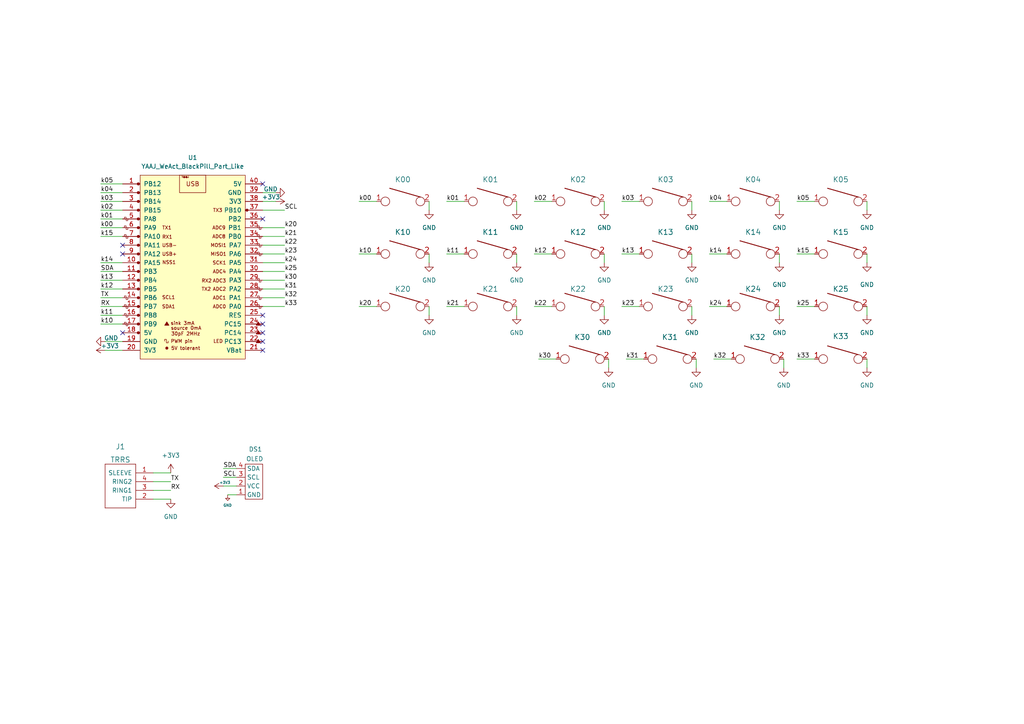
<source format=kicad_sch>
(kicad_sch (version 20231120) (generator "eeschema") (generator_version "8.0")
  (paper "A4")
  (title_block (title "YUKI") (date "2024-04-07") (rev "V0.1"))
  (lib_symbols
    (symbol "OLED:OLED"
      (property "Reference" "DS" (at -3.81 11.684 0))
      (property "Value" "OLED" (at -3.81 -1.524 0))
      (symbol "OLED_0_1"
        (rectangle (start -6.35 10.16) (end -1.27 0))
      )
      (symbol "OLED_1_1"
        (pin input line (at -8.89 1.27 0) (length 2.54) (name "GND") (number "1"))
        (pin input line (at -8.89 3.81 0) (length 2.54) (name "VCC") (number "2"))
        (pin input line (at -8.89 6.35 0) (length 2.54) (name "SCL") (number "3"))
        (pin input line (at -8.89 8.89 0) (length 2.54) (name "SDA") (number "4"))
      )
    )
    (symbol "YAAJ_WeAct_BlackPill_Part_Like:YAAJ_WeAct_BlackPill_Part_Like" (pin_names (offset 1.016))
      (property "Reference" "U" (at -12.7 27.94 0))
      (property "Value" "YAAJ_WeAct_BlackPill_Part_Like" (at 0 2.54 90))
      (symbol "YAAJ_WeAct_BlackPill_Part_Like_0_0"
        (circle (center -15.748 -20.32) (radius 0.3556) (fill (type outline)))
        (circle (center -15.748 -17.78) (radius 0.3556) (fill (type outline)))
        (circle (center -15.748 -15.24) (radius 0.3556) (fill (type outline)))
        (circle (center -15.748 -12.7) (radius 0.3556) (fill (type outline)))
        (circle (center -15.748 -10.16) (radius 0.3556) (fill (type outline)))
        (circle (center -15.748 -7.62) (radius 0.3556) (fill (type outline)))
        (circle (center -15.748 -5.08) (radius 0.3556) (fill (type outline)))
        (circle (center -15.748 -2.54) (radius 0.3556) (fill (type outline)))
        (circle (center -15.748 0) (radius 0.3556) (fill (type outline)))
        (circle (center -15.748 2.54) (radius 0.3556) (fill (type outline)))
        (circle (center -15.748 5.08) (radius 0.3556) (fill (type outline)))
        (circle (center -15.748 7.62) (radius 0.3556) (fill (type outline)))
        (circle (center -15.748 10.16) (radius 0.3556) (fill (type outline)))
        (circle (center -15.748 12.7) (radius 0.3556) (fill (type outline)))
        (circle (center -15.748 15.24) (radius 0.3556) (fill (type outline)))
        (circle (center -15.748 17.78) (radius 0.3556) (fill (type outline)))
        (circle (center -15.748 22.86) (radius 0.3556) (fill (type outline)))
        (circle (center -7.493 -24.765) (radius 0.127) (fill (type outline)))
        (circle (center -7.493 -24.765) (radius 0.254))
        (circle (center -7.493 -24.765) (radius 0.3556))
        (polyline (pts (xy -8.128 -18.161) (xy -7.493 -17.145) (xy -6.858 -18.161) (xy -8.128 -18.161) (xy -7.493 -17.272) (xy -6.985 -18.161) (xy -8.001 -18.034) (xy -7.493 -17.399) (xy -7.112 -18.161) (xy -7.874 -17.907) (xy -7.366 -17.526) (xy -7.239 -18.161) (xy -7.747 -17.78) (xy -7.239 -17.653) (xy -7.366 -18.034) (xy -7.62 -17.78) (xy -7.366 -17.907) (xy -7.493 -17.653)))
        (polyline (pts (xy 18.415 -23.241) (xy 19.05 -22.225) (xy 19.685 -23.241) (xy 18.415 -23.241) (xy 19.05 -22.352) (xy 19.558 -23.241) (xy 18.542 -23.114) (xy 19.05 -22.479) (xy 19.431 -23.241) (xy 18.669 -22.987) (xy 19.177 -22.606) (xy 19.304 -23.241) (xy 18.796 -22.86) (xy 19.304 -22.733) (xy 19.177 -23.114) (xy 18.923 -22.86) (xy 19.177 -22.987) (xy 19.05 -22.733)))
        (polyline (pts (xy 18.415 -20.701) (xy 19.05 -19.685) (xy 19.685 -20.701) (xy 18.415 -20.701) (xy 19.05 -19.812) (xy 19.558 -20.701) (xy 18.542 -20.574) (xy 19.05 -19.939) (xy 19.431 -20.701) (xy 18.669 -20.447) (xy 19.177 -20.066) (xy 19.304 -20.701) (xy 18.796 -20.32) (xy 19.304 -20.193) (xy 19.177 -20.574) (xy 18.923 -20.32) (xy 19.177 -20.447) (xy 19.05 -20.193)))
        (polyline (pts (xy 18.415 -18.161) (xy 19.05 -17.145) (xy 19.685 -18.161) (xy 18.415 -18.161) (xy 19.05 -17.272) (xy 19.558 -18.161) (xy 18.542 -18.034) (xy 19.05 -17.399) (xy 19.431 -18.161) (xy 18.669 -17.907) (xy 19.177 -17.526) (xy 19.304 -18.161) (xy 18.796 -17.78) (xy 19.304 -17.653) (xy 19.177 -18.034) (xy 18.923 -17.78) (xy 19.177 -17.907) (xy 19.05 -17.653)))
        (circle (center 15.748 15.24) (radius 0.254) (fill (type outline)))
        (circle (center 15.748 15.24) (radius 0.3556))
        (text "30pF 2MHz" (at -2.032 -20.574 0) (effects (font (size 0.9906 0.9906))))
        (text "5V tolerant" (at -2.032 -24.765 0) (effects (font (size 0.9906 0.9906))))
        (text "ADC0" (at 7.747 -12.7 0) (effects (font (size 0.9906 0.9906))))
        (text "ADC1" (at 7.747 -10.16 0) (effects (font (size 0.9906 0.9906))))
        (text "ADC2" (at 7.747 -7.62 0) (effects (font (size 0.9906 0.9906))))
        (text "ADC3" (at 7.747 -5.207 0) (effects (font (size 0.9906 0.9906))))
        (text "ADC4" (at 7.747 -2.54 0) (effects (font (size 0.9906 0.9906))))
        (text "ADC8" (at 7.62 7.62 0) (effects (font (size 0.9906 0.9906))))
        (text "ADC9" (at 7.62 10.16 0) (effects (font (size 0.9906 0.9906))))
        (text "LED" (at 7.366 -22.733 0) (effects (font (size 0.9906 0.9906))))
        (text "MISO1" (at 7.493 2.54 0) (effects (font (size 0.9906 0.9906))))
        (text "MOSI1" (at 7.493 5.08 0) (effects (font (size 0.9906 0.9906))))
        (text "NSS1" (at -6.858 0.127 0) (effects (font (size 0.9906 0.9906))))
        (text "PWM pin" (at -3.175 -22.733 0) (effects (font (size 0.9906 0.9906))))
        (text "RX1" (at -7.366 7.493 0) (effects (font (size 0.9906 0.9906))))
        (text "RX2" (at 4.064 -5.207 0) (effects (font (size 0.9906 0.9906))))
        (text "SCK1" (at 7.747 0 0) (effects (font (size 0.9906 0.9906))))
        (text "SCL1" (at -6.985 -10.033 0) (effects (font (size 0.9906 0.9906))))
        (text "SDA1" (at -6.985 -12.7 0) (effects (font (size 0.9906 0.9906))))
        (text "sink 3mA" (at -2.921 -17.526 0) (effects (font (size 0.9906 0.9906))))
        (text "source 0mA" (at -1.905 -18.923 0) (effects (font (size 0.9906 0.9906))))
        (text "TX1" (at -7.493 10.16 0) (effects (font (size 0.9906 0.9906))))
        (text "TX2" (at 3.937 -7.62 0) (effects (font (size 0.9906 0.9906))))
        (text "TX3" (at 7.239 15.24 0) (effects (font (size 0.9906 0.9906))))
        (text "USB" (at 0 22.86 0) (effects (font (size 1.27 1.27))))
        (text "USB+" (at -6.731 2.54 0) (effects (font (size 0.9906 0.9906))))
        (text "USB-" (at -6.731 5.08 0) (effects (font (size 0.9906 0.9906))))
        (text "Y@@J" (at -2.159 24.892 0) (effects (font (size 0.508 0.508))))
      )
      (symbol "YAAJ_WeAct_BlackPill_Part_Like_0_1"
        (rectangle (start -15.24 25.4) (end 15.24 -27.94) (fill (type background)))
        (polyline (pts (xy -18.796 -17.78) (xy -18.796 -18.288) (xy -19.304 -18.288) (xy -19.304 -17.272) (xy -19.812 -17.272) (xy -19.812 -17.78)))
        (polyline (pts (xy -18.796 -15.24) (xy -18.796 -15.748) (xy -19.304 -15.748) (xy -19.304 -14.732) (xy -19.812 -14.732) (xy -19.812 -15.24)))
        (polyline (pts (xy -18.796 -12.7) (xy -18.796 -13.208) (xy -19.304 -13.208) (xy -19.304 -12.192) (xy -19.812 -12.192) (xy -19.812 -12.7)))
        (polyline (pts (xy -18.796 -10.16) (xy -18.796 -10.668) (xy -19.304 -10.668) (xy -19.304 -9.652) (xy -19.812 -9.652) (xy -19.812 -10.16)))
        (polyline (pts (xy -18.796 7.62) (xy -18.796 7.112) (xy -19.304 7.112) (xy -19.304 8.128) (xy -19.812 8.128) (xy -19.812 7.62)))
        (polyline (pts (xy -18.796 10.16) (xy -18.796 9.652) (xy -19.304 9.652) (xy -19.304 10.668) (xy -19.812 10.668) (xy -19.812 10.16)))
        (polyline (pts (xy -18.796 12.7) (xy -18.796 12.192) (xy -19.304 12.192) (xy -19.304 13.208) (xy -19.812 13.208) (xy -19.812 12.7)))
        (polyline (pts (xy -7.112 -22.733) (xy -7.112 -23.241) (xy -7.62 -23.241) (xy -7.62 -22.225) (xy -8.128 -22.225) (xy -8.128 -22.733)))
        (polyline (pts (xy 19.812 -12.7) (xy 19.812 -13.208) (xy 19.304 -13.208) (xy 19.304 -12.192) (xy 18.796 -12.192) (xy 18.796 -12.7)))
        (polyline (pts (xy 19.812 -10.16) (xy 19.812 -10.668) (xy 19.304 -10.668) (xy 19.304 -9.652) (xy 18.796 -9.652) (xy 18.796 -10.16)))
        (polyline (pts (xy 19.812 -7.62) (xy 19.812 -8.128) (xy 19.304 -8.128) (xy 19.304 -7.112) (xy 18.796 -7.112) (xy 18.796 -7.62)))
        (polyline (pts (xy 19.812 -5.08) (xy 19.812 -5.588) (xy 19.304 -5.588) (xy 19.304 -4.572) (xy 18.796 -4.572) (xy 18.796 -5.08)))
        (polyline (pts (xy 19.812 2.54) (xy 19.812 2.032) (xy 19.304 2.032) (xy 19.304 3.048) (xy 18.796 3.048) (xy 18.796 2.54)))
        (polyline (pts (xy 19.812 5.08) (xy 19.812 4.572) (xy 19.304 4.572) (xy 19.304 5.588) (xy 18.796 5.588) (xy 18.796 5.08)))
        (polyline (pts (xy 19.812 7.62) (xy 19.812 7.112) (xy 19.304 7.112) (xy 19.304 8.128) (xy 18.796 8.128) (xy 18.796 7.62)))
        (polyline (pts (xy 19.812 10.16) (xy 19.812 9.652) (xy 19.304 9.652) (xy 19.304 10.668) (xy 18.796 10.668) (xy 18.796 10.16)))
        (rectangle (start 3.81 25.4) (end -3.81 20.32))
      )
      (symbol "YAAJ_WeAct_BlackPill_Part_Like_1_1"
        (circle (center -15.748 20.32) (radius 0.3556) (fill (type outline)))
        (pin bidirectional line (at -20.32 22.86 0) (length 5.08) (name "PB12") (number "1"))
        (pin bidirectional line (at -20.32 0 0) (length 5.08) (name "PA15") (number "10"))
        (pin bidirectional line (at -20.32 -2.54 0) (length 5.08) (name "PB3") (number "11"))
        (pin bidirectional line (at -20.32 -5.08 0) (length 5.08) (name "PB4") (number "12"))
        (pin bidirectional line (at -20.32 -7.62 0) (length 5.08) (name "PB5") (number "13"))
        (pin bidirectional line (at -20.32 -10.16 0) (length 5.08) (name "PB6") (number "14"))
        (pin bidirectional line (at -20.32 -12.7 0) (length 5.08) (name "PB7") (number "15"))
        (pin bidirectional line (at -20.32 -15.24 0) (length 5.08) (name "PB8") (number "16"))
        (pin bidirectional line (at -20.32 -17.78 0) (length 5.08) (name "PB9") (number "17"))
        (pin power_in line (at -20.32 -20.32 0) (length 5.08) (name "5V") (number "18"))
        (pin power_in line (at -20.32 -22.86 0) (length 5.08) (name "GND") (number "19"))
        (pin bidirectional line (at -20.32 20.32 0) (length 5.08) (name "PB13") (number "2"))
        (pin power_in line (at -20.32 -25.4 0) (length 5.08) (name "3V3") (number "20"))
        (pin power_in line (at 20.32 -25.4 180) (length 5.08) (name "VBat") (number "21"))
        (pin bidirectional line (at 20.32 -22.86 180) (length 5.08) (name "PC13") (number "22"))
        (pin bidirectional line (at 20.32 -20.32 180) (length 5.08) (name "PC14") (number "23"))
        (pin bidirectional line (at 20.32 -17.78 180) (length 5.08) (name "PC15") (number "24"))
        (pin input line (at 20.32 -15.24 180) (length 5.08) (name "RES") (number "25"))
        (pin bidirectional line (at 20.32 -12.7 180) (length 5.08) (name "PA0") (number "26"))
        (pin bidirectional line (at 20.32 -10.16 180) (length 5.08) (name "PA1") (number "27"))
        (pin bidirectional line (at 20.32 -7.62 180) (length 5.08) (name "PA2") (number "28"))
        (pin bidirectional line (at 20.32 -5.08 180) (length 5.08) (name "PA3") (number "29"))
        (pin bidirectional line (at -20.32 17.78 0) (length 5.08) (name "PB14") (number "3"))
        (pin bidirectional line (at 20.32 -2.54 180) (length 5.08) (name "PA4") (number "30"))
        (pin bidirectional line (at 20.32 0 180) (length 5.08) (name "PA5") (number "31"))
        (pin bidirectional line (at 20.32 2.54 180) (length 5.08) (name "PA6") (number "32"))
        (pin bidirectional line (at 20.32 5.08 180) (length 5.08) (name "PA7") (number "33"))
        (pin bidirectional line (at 20.32 7.62 180) (length 5.08) (name "PB0") (number "34"))
        (pin bidirectional line (at 20.32 10.16 180) (length 5.08) (name "PB1") (number "35"))
        (pin bidirectional line (at 20.32 12.7 180) (length 5.08) (name "PB2") (number "36"))
        (pin bidirectional line (at 20.32 15.24 180) (length 5.08) (name "PB10") (number "37"))
        (pin power_in line (at 20.32 17.78 180) (length 5.08) (name "3V3") (number "38"))
        (pin power_in line (at 20.32 20.32 180) (length 5.08) (name "GND") (number "39"))
        (pin bidirectional line (at -20.32 15.24 0) (length 5.08) (name "PB15") (number "4"))
        (pin power_in line (at 20.32 22.86 180) (length 5.08) (name "5V") (number "40"))
        (pin bidirectional line (at -20.32 12.7 0) (length 5.08) (name "PA8") (number "5"))
        (pin bidirectional line (at -20.32 10.16 0) (length 5.08) (name "PA9") (number "6"))
        (pin bidirectional line (at -20.32 7.62 0) (length 5.08) (name "PA10") (number "7"))
        (pin bidirectional line (at -20.32 5.08 0) (length 5.08) (name "PA11") (number "8"))
        (pin bidirectional line (at -20.32 2.54 0) (length 5.08) (name "PA12") (number "9"))
      )
    )
    (symbol "keebio:TRRS" (pin_names (offset 1.016))
      (property "Reference" "U" (at 0 15.24 0))
      (property "Value" "TRRS" (at 0 -2.54 0))
      (symbol "TRRS_0_1"
        (rectangle (start -3.81 0) (end -3.81 12.7))
        (rectangle (start -3.81 12.7) (end 5.08 12.7))
        (rectangle (start 5.08 0) (end -3.81 0))
        (rectangle (start 5.08 12.7) (end 5.08 0))
      )
      (symbol "TRRS_1_1"
        (pin input line (at -8.89 2.54 0) (length 5.08) (name "SLEEVE") (number "1"))
        (pin input line (at -8.89 10.16 0) (length 5.08) (name "TIP") (number "2"))
        (pin input line (at -8.89 7.62 0) (length 5.08) (name "RING1") (number "3"))
        (pin input line (at -8.89 5.08 0) (length 5.08) (name "RING2") (number "4"))
      )
    )
    (symbol "keyboard_parts:GND" (power) (pin_names (offset 0))
      (property "Value" "GND" (at 0 -2.54 0))
      (symbol "GND_0_0"
        (pin power_in line (at 0 0 90) (length 0) hide (name "+5V") (number "1"))
      )
      (symbol "GND_0_1"
        (polyline (pts (xy 0 -1.651) (xy 0.635 -1.016) (xy -0.635 -1.016) (xy 0 -1.651)))
      )
      (symbol "GND_1_1"
        (polyline (pts (xy 0 0) (xy 0 -1.016) (xy 0 -1.016)))
      )
    )
    (symbol "keyboard_parts:KEYSW" (pin_names (offset 1.016))
      (property "Reference" "K?" (at -1.27 0 0))
      (symbol "KEYSW_0_1"
        (circle (center -5.08 0) (radius 1.27))
        (polyline (pts (xy -5.08 1.27) (xy 3.81 3.81)) (stroke (width 0.254)))
        (circle (center 5.08 0) (radius 1.27))
      )
      (symbol "KEYSW_1_1"
        (pin passive line (at 7.62 0 180) (length 1.27) (name "~") (number "1"))
        (pin passive line (at -7.62 0 0) (length 1.27) (name "~") (number "2"))
      )
    )
    (symbol "power:+3V3" (power) (pin_names (offset 0))
      (property "Value" "+3V3" (at 0 3.556 0))
      (symbol "+3V3_0_1"
        (polyline (pts (xy -0.762 1.27) (xy 0 2.54)))
        (polyline (pts (xy 0 0) (xy 0 2.54)))
        (polyline (pts (xy 0 2.54) (xy 0.762 1.27)))
      )
      (symbol "+3V3_1_1"
        (pin power_in line (at 0 0 90) (length 0) hide (name "+3V3") (number "1"))
      )
    )
    (symbol "power:GND" (power) (pin_names (offset 0))
      (property "Value" "GND" (at 0 -3.81 0))
      (symbol "GND_0_1"
        (polyline (pts (xy 0 0) (xy 0 -1.27) (xy 1.27 -1.27) (xy 0 -2.54) (xy -1.27 -1.27) (xy 0 -1.27)))
      )
      (symbol "GND_1_1"
        (pin power_in line (at 0 0 270) (length 0) hide (name "GND") (number "1"))
      )
    )
  )
  (no_connect (at 76.2 96.52))
  (no_connect (at 35.56 71.12))
  (no_connect (at 76.2 63.5))
  (no_connect (at 76.2 99.06))
  (no_connect (at 76.2 53.34))
  (no_connect (at 76.2 93.98))
  (no_connect (at 35.56 96.52))
  (no_connect (at 35.56 73.66))
  (no_connect (at 76.2 101.6))
  (no_connect (at 76.2 91.44))
  (wire (pts (xy 149.86 60.96) (xy 149.86 58.42)))
  (wire (pts (xy 124.46 60.96) (xy 124.46 58.42)))
  (wire (pts (xy 29.21 93.98) (xy 35.56 93.98)))
  (wire (pts (xy 76.2 71.12) (xy 82.55 71.12)))
  (wire (pts (xy 29.21 76.2) (xy 35.56 76.2)))
  (wire (pts (xy 104.14 88.9) (xy 109.22 88.9)))
  (wire (pts (xy 44.45 144.78) (xy 49.53 144.78)))
  (wire (pts (xy 29.21 91.44) (xy 35.56 91.44)))
  (wire (pts (xy 251.46 91.44) (xy 251.46 88.9)))
  (wire (pts (xy 231.14 58.42) (xy 236.22 58.42)))
  (wire (pts (xy 64.77 138.43) (xy 68.58 138.43)))
  (wire (pts (xy 76.2 81.28) (xy 82.55 81.28)))
  (wire (pts (xy 149.86 91.44) (xy 149.86 88.9)))
  (wire (pts (xy 251.46 60.96) (xy 251.46 58.42)))
  (wire (pts (xy 29.21 81.28) (xy 35.56 81.28)))
  (wire (pts (xy 231.14 104.14) (xy 236.22 104.14)))
  (wire (pts (xy 154.94 58.42) (xy 160.02 58.42)))
  (wire (pts (xy 226.06 76.2) (xy 226.06 73.66)))
  (wire (pts (xy 64.77 140.97) (xy 68.58 140.97)))
  (wire (pts (xy 44.45 139.7) (xy 49.53 139.7)))
  (wire (pts (xy 200.66 76.2) (xy 200.66 73.66)))
  (wire (pts (xy 201.93 106.68) (xy 201.93 104.14)))
  (wire (pts (xy 30.48 99.06) (xy 35.56 99.06)))
  (wire (pts (xy 205.74 58.42) (xy 210.82 58.42)))
  (wire (pts (xy 154.94 88.9) (xy 160.02 88.9)))
  (wire (pts (xy 104.14 58.42) (xy 109.22 58.42)))
  (wire (pts (xy 154.94 73.66) (xy 160.02 73.66)))
  (wire (pts (xy 226.06 91.44) (xy 226.06 88.9)))
  (wire (pts (xy 156.21 104.14) (xy 161.29 104.14)))
  (wire (pts (xy 44.45 137.16) (xy 49.53 137.16)))
  (wire (pts (xy 129.54 88.9) (xy 134.62 88.9)))
  (wire (pts (xy 76.2 73.66) (xy 82.55 73.66)))
  (wire (pts (xy 149.86 76.2) (xy 149.86 73.66)))
  (wire (pts (xy 29.21 66.04) (xy 35.56 66.04)))
  (wire (pts (xy 175.26 60.96) (xy 175.26 58.42)))
  (wire (pts (xy 180.34 73.66) (xy 185.42 73.66)))
  (wire (pts (xy 66.04 143.51) (xy 68.58 143.51)))
  (wire (pts (xy 30.48 101.6) (xy 35.56 101.6)))
  (wire (pts (xy 29.21 88.9) (xy 35.56 88.9)))
  (wire (pts (xy 29.21 68.58) (xy 35.56 68.58)))
  (wire (pts (xy 180.34 88.9) (xy 185.42 88.9)))
  (wire (pts (xy 76.2 55.88) (xy 80.01 55.88)))
  (wire (pts (xy 226.06 60.96) (xy 226.06 58.42)))
  (wire (pts (xy 29.21 63.5) (xy 35.56 63.5)))
  (wire (pts (xy 29.21 55.88) (xy 35.56 55.88)))
  (wire (pts (xy 29.21 60.96) (xy 35.56 60.96)))
  (wire (pts (xy 44.45 142.24) (xy 49.53 142.24)))
  (wire (pts (xy 124.46 91.44) (xy 124.46 88.9)))
  (wire (pts (xy 205.74 73.66) (xy 210.82 73.66)))
  (wire (pts (xy 29.21 53.34) (xy 35.56 53.34)))
  (wire (pts (xy 231.14 73.66) (xy 236.22 73.66)))
  (wire (pts (xy 200.66 60.96) (xy 200.66 58.42)))
  (wire (pts (xy 181.61 104.14) (xy 186.69 104.14)))
  (wire (pts (xy 29.21 58.42) (xy 35.56 58.42)))
  (wire (pts (xy 76.2 66.04) (xy 82.55 66.04)))
  (wire (pts (xy 205.74 88.9) (xy 210.82 88.9)))
  (wire (pts (xy 76.2 68.58) (xy 82.55 68.58)))
  (wire (pts (xy 251.46 76.2) (xy 251.46 73.66)))
  (wire (pts (xy 29.21 78.74) (xy 35.56 78.74)))
  (wire (pts (xy 76.2 78.74) (xy 82.55 78.74)))
  (wire (pts (xy 200.66 91.44) (xy 200.66 88.9)))
  (wire (pts (xy 231.14 88.9) (xy 236.22 88.9)))
  (wire (pts (xy 64.77 135.89) (xy 68.58 135.89)))
  (wire (pts (xy 176.53 106.68) (xy 176.53 104.14)))
  (wire (pts (xy 104.14 73.66) (xy 109.22 73.66)))
  (wire (pts (xy 76.2 58.42) (xy 80.01 58.42)))
  (wire (pts (xy 76.2 88.9) (xy 82.55 88.9)))
  (wire (pts (xy 175.26 91.44) (xy 175.26 88.9)))
  (wire (pts (xy 129.54 73.66) (xy 134.62 73.66)))
  (wire (pts (xy 227.33 106.68) (xy 227.33 104.14)))
  (wire (pts (xy 76.2 76.2) (xy 82.55 76.2)))
  (wire (pts (xy 76.2 60.96) (xy 82.55 60.96)))
  (wire (pts (xy 251.46 106.68) (xy 251.46 104.14)))
  (wire (pts (xy 124.46 76.2) (xy 124.46 73.66)))
  (wire (pts (xy 175.26 76.2) (xy 175.26 73.66)))
  (wire (pts (xy 76.2 86.36) (xy 82.55 86.36)))
  (wire (pts (xy 180.34 58.42) (xy 185.42 58.42)))
  (wire (pts (xy 129.54 58.42) (xy 134.62 58.42)))
  (wire (pts (xy 29.21 86.36) (xy 35.56 86.36)))
  (wire (pts (xy 76.2 83.82) (xy 82.55 83.82)))
  (wire (pts (xy 207.01 104.14) (xy 212.09 104.14)))
  (wire (pts (xy 29.21 83.82) (xy 35.56 83.82)))
  (label "k23" (at 82.55 73.66 0))
  (label "SCL" (at 64.77 138.43 0))
  (label "k32" (at 207.01 104.14 0))
  (label "k11" (at 129.54 73.66 0))
  (label "k15" (at 29.21 68.58 0))
  (label "k01" (at 29.21 63.5 0))
  (label "k24" (at 82.55 76.2 0))
  (label "k13" (at 29.21 81.28 0))
  (label "k12" (at 154.94 73.66 0))
  (label "k14" (at 29.21 76.2 0))
  (label "k31" (at 82.55 83.82 0))
  (label "k33" (at 82.55 88.9 0))
  (label "RX" (at 29.21 88.9 0))
  (label "k12" (at 29.21 83.82 0))
  (label "k25" (at 82.55 78.74 0))
  (label "k22" (at 82.55 71.12 0))
  (label "k20" (at 82.55 66.04 0))
  (label "k02" (at 29.21 60.96 0))
  (label "k03" (at 29.21 58.42 0))
  (label "k10" (at 29.21 93.98 0))
  (label "k13" (at 180.34 73.66 0))
  (label "SCL" (at 82.55 60.96 0))
  (label "k30" (at 82.55 81.28 0))
  (label "k20" (at 104.14 88.9 0))
  (label "k21" (at 82.55 68.58 0))
  (label "k21" (at 129.54 88.9 0))
  (label "k30" (at 156.21 104.14 0))
  (label "TX" (at 29.21 86.36 0))
  (label "k24" (at 205.74 88.9 0))
  (label "k23" (at 180.34 88.9 0))
  (label "k33" (at 231.14 104.14 0))
  (label "k25" (at 231.14 88.9 0))
  (label "k22" (at 154.94 88.9 0))
  (label "k00" (at 104.14 58.42 0))
  (label "TX" (at 49.53 139.7 0))
  (label "k10" (at 104.14 73.66 0))
  (label "k03" (at 180.34 58.42 0))
  (label "RX" (at 49.53 142.24 0))
  (label "k00" (at 29.21 66.04 0))
  (label "k14" (at 205.74 73.66 0))
  (label "k05" (at 29.21 53.34 0))
  (label "k01" (at 129.54 58.42 0))
  (label "k05" (at 231.14 58.42 0))
  (label "k02" (at 154.94 58.42 0))
  (label "k04" (at 205.74 58.42 0))
  (label "k11" (at 29.21 91.44 0))
  (label "k31" (at 181.61 104.14 0))
  (label "SDA" (at 29.21 78.74 0))
  (label "SDA" (at 64.77 135.89 0))
  (label "k32" (at 82.55 86.36 0))
  (label "k15" (at 231.14 73.66 0))
  (label "k04" (at 29.21 55.88 0))
  (symbol (lib_id "OLED:OLED") (at 77.47 144.78 0) (unit 1)
    (property "Reference" "DS1" (at 72.136 130.302 0) (effects (justify left)))
    (property "Value" "OLED" (at 71.374 133.096 0) (effects (justify left)))
    (property "Footprint" "YUKI:OLED" (effects (hide yes)))
  )
  (symbol (lib_id "power:GND") (at 49.53 144.78 0) (unit 1)
    (property "Reference" "#PWR04" (effects (hide yes)))
    (property "Value" "GND" (at 49.53 149.86 0))
  )
  (symbol (lib_id "power:GND") (at 227.33 106.68 0) (unit 1)
    (property "Reference" "#PWR027" (effects (hide yes)))
    (property "Value" "GND" (at 227.33 111.76 0))
  )
  (symbol (lib_id "keyboard_parts:KEYSW") (at 167.64 73.66 0) (mirror y) (unit 1)
    (property "Reference" "K12" (at 167.64 67.31 0) (effects (font (size 1.524 1.524))))
    (property "Value" "KEYSW" (effects (hide yes)))
    (property "Footprint" "YUKI:Kailh_Choc_PG1350_rev" (effects (hide yes)))
  )
  (symbol (lib_id "power:GND") (at 226.06 60.96 0) (unit 1)
    (property "Reference" "#PWR020" (effects (hide yes)))
    (property "Value" "GND" (at 226.06 66.04 0))
  )
  (symbol (lib_id "keyboard_parts:KEYSW") (at 243.84 73.66 0) (mirror y) (unit 1)
    (property "Reference" "K15" (at 243.84 67.31 0) (effects (font (size 1.524 1.524))))
    (property "Value" "KEYSW" (effects (hide yes)))
    (property "Footprint" "YUKI:Kailh_Choc_PG1350_rev" (effects (hide yes)))
  )
  (symbol (lib_id "power:GND") (at 200.66 76.2 0) (unit 1)
    (property "Reference" "#PWR017" (effects (hide yes)))
    (property "Value" "GND" (at 200.66 81.28 0))
  )
  (symbol (lib_id "keyboard_parts:KEYSW") (at 243.84 104.14 0) (mirror y) (unit 1)
    (property "Reference" "K33" (at 243.84 97.536 0) (effects (font (size 1.524 1.524))))
    (property "Value" "KEYSW" (effects (hide yes)))
    (property "Footprint" "YUKI:Kailh_Choc_PG1350_rev" (effects (hide yes)))
  )
  (symbol (lib_id "keyboard_parts:KEYSW") (at 167.64 88.9 0) (mirror y) (unit 1)
    (property "Reference" "K22" (at 167.64 83.82 0) (effects (font (size 1.524 1.524))))
    (property "Value" "KEYSW" (effects (hide yes)))
    (property "Footprint" "YUKI:Kailh_Choc_PG1350_rev" (effects (hide yes)))
  )
  (symbol (lib_id "keyboard_parts:KEYSW") (at 218.44 88.9 0) (mirror y) (unit 1)
    (property "Reference" "K24" (at 218.44 83.82 0) (effects (font (size 1.524 1.524))))
    (property "Value" "KEYSW" (effects (hide yes)))
    (property "Footprint" "YUKI:Kailh_Choc_PG1350_rev" (effects (hide yes)))
  )
  (symbol (lib_id "keyboard_parts:KEYSW") (at 218.44 73.66 0) (mirror y) (unit 1)
    (property "Reference" "K14" (at 218.44 67.31 0) (effects (font (size 1.524 1.524))))
    (property "Value" "KEYSW" (effects (hide yes)))
    (property "Footprint" "YUKI:Kailh_Choc_PG1350_rev" (effects (hide yes)))
  )
  (symbol (lib_id "keyboard_parts:KEYSW") (at 243.84 88.9 0) (mirror y) (unit 1)
    (property "Reference" "K25" (at 243.84 83.82 0) (effects (font (size 1.524 1.524))))
    (property "Value" "KEYSW" (effects (hide yes)))
    (property "Footprint" "YUKI:Kailh_Choc_PG1350_rev" (effects (hide yes)))
  )
  (symbol (lib_id "power:+3V3") (at 49.53 137.16 0) (unit 1)
    (property "Reference" "#PWR03" (effects (hide yes)))
    (property "Value" "+3V3" (at 49.53 132.08 0))
  )
  (symbol (lib_id "power:GND") (at 200.66 60.96 0) (unit 1)
    (property "Reference" "#PWR016" (effects (hide yes)))
    (property "Value" "GND" (at 200.66 66.04 0))
  )
  (symbol (lib_id "keyboard_parts:KEYSW") (at 116.84 88.9 0) (mirror y) (unit 1)
    (property "Reference" "K20" (at 116.84 83.82 0) (effects (font (size 1.524 1.524))))
    (property "Value" "KEYSW" (effects (hide yes)))
    (property "Footprint" "YUKI:Kailh_Choc_PG1350_rev" (effects (hide yes)))
  )
  (symbol (lib_id "keyboard_parts:KEYSW") (at 218.44 58.42 0) (mirror y) (unit 1)
    (property "Reference" "K04" (at 218.44 52.07 0) (effects (font (size 1.524 1.524))))
    (property "Value" "KEYSW" (effects (hide yes)))
    (property "Footprint" "YUKI:Kailh_Choc_PG1350_rev" (effects (hide yes)))
  )
  (symbol (lib_id "power:GND") (at 226.06 91.44 0) (unit 1)
    (property "Reference" "#PWR022" (effects (hide yes)))
    (property "Value" "GND" (at 226.06 96.52 0))
  )
  (symbol (lib_id "power:GND") (at 80.01 55.88 90) (unit 1)
    (property "Reference" "#PWR05" (effects (hide yes)))
    (property "Value" "GND" (at 76.454 54.864 90) (effects (justify right)))
  )
  (symbol (lib_id "power:+3V3") (at 30.48 101.6 90) (unit 1)
    (property "Reference" "#PWR02" (effects (hide yes)))
    (property "Value" "+3V3" (at 29.21 100.33 90) (effects (justify right)))
  )
  (symbol (lib_id "power:GND") (at 175.26 91.44 0) (unit 1)
    (property "Reference" "#PWR015" (effects (hide yes)))
    (property "Value" "GND" (at 175.26 96.52 0))
  )
  (symbol (lib_id "power:GND") (at 226.06 76.2 0) (unit 1)
    (property "Reference" "#PWR021" (effects (hide yes)))
    (property "Value" "GND" (at 226.06 82.55 0))
  )
  (symbol (lib_id "keyboard_parts:KEYSW") (at 142.24 58.42 0) (mirror y) (unit 1)
    (property "Reference" "K01" (at 142.24 52.07 0) (effects (font (size 1.524 1.524))))
    (property "Value" "KEYSW" (effects (hide yes)))
    (property "Footprint" "YUKI:Kailh_Choc_PG1350_rev" (effects (hide yes)))
  )
  (symbol (lib_id "power:GND") (at 176.53 106.68 0) (unit 1)
    (property "Reference" "#PWR019" (effects (hide yes)))
    (property "Value" "GND" (at 176.53 111.76 0))
  )
  (symbol (lib_id "power:GND") (at 201.93 106.68 0) (unit 1)
    (property "Reference" "#PWR023" (effects (hide yes)))
    (property "Value" "GND" (at 201.93 111.76 0))
  )
  (symbol (lib_id "power:GND") (at 149.86 91.44 0) (unit 1)
    (property "Reference" "#PWR012" (effects (hide yes)))
    (property "Value" "GND" (at 149.86 96.52 0))
  )
  (symbol (lib_id "power:GND") (at 175.26 60.96 0) (unit 1)
    (property "Reference" "#PWR013" (effects (hide yes)))
    (property "Value" "GND" (at 175.26 66.04 0))
  )
  (symbol (lib_id "keyboard_parts:KEYSW") (at 243.84 58.42 0) (mirror y) (unit 1)
    (property "Reference" "K05" (at 243.84 52.07 0) (effects (font (size 1.524 1.524))))
    (property "Value" "KEYSW" (effects (hide yes)))
    (property "Footprint" "YUKI:Kailh_Choc_PG1350_rev" (effects (hide yes)))
  )
  (symbol (lib_id "keyboard_parts:GND") (at 66.04 143.51 0) (unit 1)
    (property "Reference" "#PWR029" (effects (hide yes)))
    (property "Value" "GND" (at 64.77 146.558 0) (effects (font (size 0.762 0.762)) (justify left)))
  )
  (symbol (lib_id "keyboard_parts:KEYSW") (at 116.84 73.66 0) (mirror y) (unit 1)
    (property "Reference" "K10" (at 116.84 67.31 0) (effects (font (size 1.524 1.524))))
    (property "Value" "KEYSW" (effects (hide yes)))
    (property "Footprint" "YUKI:Kailh_Choc_PG1350_rev" (effects (hide yes)))
  )
  (symbol (lib_id "power:+3V3") (at 80.01 58.42 270) (unit 1)
    (property "Reference" "#PWR06" (effects (hide yes)))
    (property "Value" "+3V3" (at 75.946 57.15 90) (effects (justify left)))
  )
  (symbol (lib_id "power:GND") (at 124.46 76.2 0) (unit 1)
    (property "Reference" "#PWR08" (effects (hide yes)))
    (property "Value" "GND" (at 124.46 81.28 0))
  )
  (symbol (lib_id "keyboard_parts:KEYSW") (at 142.24 73.66 0) (mirror y) (unit 1)
    (property "Reference" "K11" (at 142.24 67.31 0) (effects (font (size 1.524 1.524))))
    (property "Value" "KEYSW" (effects (hide yes)))
    (property "Footprint" "YUKI:Kailh_Choc_PG1350_rev" (effects (hide yes)))
  )
  (symbol (lib_id "keyboard_parts:KEYSW") (at 142.24 88.9 0) (mirror y) (unit 1)
    (property "Reference" "K21" (at 142.24 83.82 0) (effects (font (size 1.524 1.524))))
    (property "Value" "KEYSW" (effects (hide yes)))
    (property "Footprint" "YUKI:Kailh_Choc_PG1350_rev" (effects (hide yes)))
  )
  (symbol (lib_id "power:GND") (at 175.26 76.2 0) (unit 1)
    (property "Reference" "#PWR014" (effects (hide yes)))
    (property "Value" "GND" (at 175.26 81.28 0))
  )
  (symbol (lib_id "keyboard_parts:KEYSW") (at 194.31 104.14 0) (mirror y) (unit 1)
    (property "Reference" "K31" (at 194.31 97.79 0) (effects (font (size 1.524 1.524))))
    (property "Value" "KEYSW" (effects (hide yes)))
    (property "Footprint" "YUKI:Kailh_Choc_PG1350_rev" (effects (hide yes)))
  )
  (symbol (lib_id "YAAJ_WeAct_BlackPill_Part_Like:YAAJ_WeAct_BlackPill_Part_Like") (at 55.88 76.2 0) (unit 1)
    (property "Reference" "U1" (at 55.88 45.72 0))
    (property "Value" "YAAJ_WeAct_BlackPill_Part_Like" (at 55.88 48.26 0))
    (property "Footprint" "YUKI:YUKI_YAAJ_WeAct_BlackPill_2" (effects (hide yes)))
    (property "Description" "WeAct STM32F401/F411 Black Pill ; not KLC compliant" (effects (hide yes)))
  )
  (symbol (lib_id "keyboard_parts:KEYSW") (at 168.91 104.14 0) (mirror y) (unit 1)
    (property "Reference" "K30" (at 168.91 97.79 0) (effects (font (size 1.524 1.524))))
    (property "Value" "KEYSW" (effects (hide yes)))
    (property "Footprint" "YUKI:Kailh_Choc_PG1350_rev" (effects (hide yes)))
  )
  (symbol (lib_id "keyboard_parts:KEYSW") (at 193.04 58.42 0) (mirror y) (unit 1)
    (property "Reference" "K03" (at 193.04 52.07 0) (effects (font (size 1.524 1.524))))
    (property "Value" "KEYSW" (effects (hide yes)))
    (property "Footprint" "YUKI:Kailh_Choc_PG1350_rev" (effects (hide yes)))
  )
  (symbol (lib_id "keyboard_parts:KEYSW") (at 116.84 58.42 0) (mirror y) (unit 1)
    (property "Reference" "K00" (at 116.84 52.07 0) (effects (font (size 1.524 1.524))))
    (property "Value" "KEYSW" (effects (hide yes)))
    (property "Footprint" "YUKI:Kailh_Choc_PG1350_rev" (effects (hide yes)))
  )
  (symbol (lib_id "power:GND") (at 149.86 60.96 0) (unit 1)
    (property "Reference" "#PWR010" (effects (hide yes)))
    (property "Value" "GND" (at 149.86 66.04 0))
  )
  (symbol (lib_id "power:GND") (at 251.46 91.44 0) (unit 1)
    (property "Reference" "#PWR026" (effects (hide yes)))
    (property "Value" "GND" (at 251.46 96.52 0))
  )
  (symbol (lib_id "power:GND") (at 251.46 60.96 0) (unit 1)
    (property "Reference" "#PWR024" (effects (hide yes)))
    (property "Value" "GND" (at 251.46 66.04 0))
  )
  (symbol (lib_id "keyboard_parts:KEYSW") (at 193.04 73.66 0) (mirror y) (unit 1)
    (property "Reference" "K13" (at 193.04 67.31 0) (effects (font (size 1.524 1.524))))
    (property "Value" "KEYSW" (effects (hide yes)))
    (property "Footprint" "YUKI:Kailh_Choc_PG1350_rev" (effects (hide yes)))
  )
  (symbol (lib_id "power:GND") (at 124.46 60.96 0) (unit 1)
    (property "Reference" "#PWR07" (effects (hide yes)))
    (property "Value" "GND" (at 124.46 66.04 0))
  )
  (symbol (lib_id "keyboard_parts:KEYSW") (at 167.64 58.42 0) (mirror y) (unit 1)
    (property "Reference" "K02" (at 167.64 52.07 0) (effects (font (size 1.524 1.524))))
    (property "Value" "KEYSW" (effects (hide yes)))
    (property "Footprint" "YUKI:Kailh_Choc_PG1350_rev" (effects (hide yes)))
  )
  (symbol (lib_id "power:GND") (at 149.86 76.2 0) (unit 1)
    (property "Reference" "#PWR011" (effects (hide yes)))
    (property "Value" "GND" (at 149.86 81.28 0))
  )
  (symbol (lib_id "power:GND") (at 251.46 106.68 0) (unit 1)
    (property "Reference" "#PWR028" (effects (hide yes)))
    (property "Value" "GND" (at 251.46 111.76 0))
  )
  (symbol (lib_id "power:GND") (at 251.46 76.2 0) (unit 1)
    (property "Reference" "#PWR025" (effects (hide yes)))
    (property "Value" "GND" (at 251.46 82.55 0))
  )
  (symbol (lib_id "keebio:TRRS") (at 35.56 134.62 180) (unit 1)
    (property "Reference" "J1" (at 34.925 129.54 0) (effects (font (size 1.524 1.524))))
    (property "Value" "TRRS" (at 34.925 133.35 0) (effects (font (size 1.524 1.524))))
    (property "Footprint" "YUKI:MJ-4PP-9_Cantor_MX_TX-RX_Crossover" (effects (hide yes)))
  )
  (symbol (lib_id "power:+3V3") (at 64.77 140.97 90) (unit 1)
    (property "Reference" "#PWR030" (effects (hide yes)))
    (property "Value" "+3V3" (at 66.802 139.954 90) (effects (font (size 0.762 0.762)) (justify left)))
  )
  (symbol (lib_id "power:GND") (at 124.46 91.44 0) (unit 1)
    (property "Reference" "#PWR09" (effects (hide yes)))
    (property "Value" "GND" (at 124.46 96.52 0))
  )
  (symbol (lib_id "power:GND") (at 200.66 91.44 0) (unit 1)
    (property "Reference" "#PWR018" (effects (hide yes)))
    (property "Value" "GND" (at 200.66 96.52 0))
  )
  (symbol (lib_id "keyboard_parts:KEYSW") (at 219.71 104.14 0) (mirror y) (unit 1)
    (property "Reference" "K32" (at 219.71 97.79 0) (effects (font (size 1.524 1.524))))
    (property "Value" "KEYSW" (effects (hide yes)))
    (property "Footprint" "YUKI:Kailh_Choc_PG1350_rev" (effects (hide yes)))
  )
  (symbol (lib_id "keyboard_parts:KEYSW") (at 193.04 88.9 0) (mirror y) (unit 1)
    (property "Reference" "K23" (at 193.04 83.82 0) (effects (font (size 1.524 1.524))))
    (property "Value" "KEYSW" (effects (hide yes)))
    (property "Footprint" "YUKI:Kailh_Choc_PG1350_rev" (effects (hide yes)))
  )
  (symbol (lib_id "power:GND") (at 30.48 99.06 270) (unit 1)
    (property "Reference" "#PWR01" (effects (hide yes)))
    (property "Value" "GND" (at 34.29 98.044 90) (effects (justify right)))
  )
)
</source>
